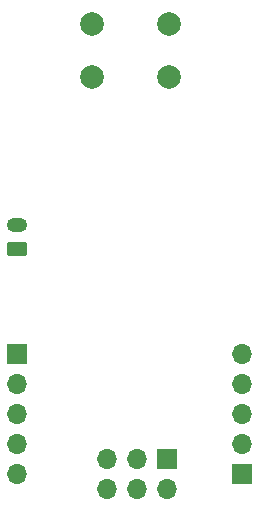
<source format=gbr>
G04 #@! TF.GenerationSoftware,KiCad,Pcbnew,5.1.5+dfsg1-2build2*
G04 #@! TF.CreationDate,2021-03-19T14:08:30-04:00*
G04 #@! TF.ProjectId,hawk,6861776b-2e6b-4696-9361-645f70636258,rev?*
G04 #@! TF.SameCoordinates,Original*
G04 #@! TF.FileFunction,Copper,L2,Bot*
G04 #@! TF.FilePolarity,Positive*
%FSLAX46Y46*%
G04 Gerber Fmt 4.6, Leading zero omitted, Abs format (unit mm)*
G04 Created by KiCad (PCBNEW 5.1.5+dfsg1-2build2) date 2021-03-19 14:08:30*
%MOMM*%
%LPD*%
G04 APERTURE LIST*
%ADD10R,1.700000X1.700000*%
%ADD11O,1.700000X1.700000*%
%ADD12C,0.100000*%
%ADD13O,1.750000X1.200000*%
%ADD14C,2.000000*%
G04 APERTURE END LIST*
D10*
X125730000Y-105410000D03*
D11*
X125730000Y-107950000D03*
X125730000Y-110490000D03*
X125730000Y-113030000D03*
X125730000Y-115570000D03*
X144780000Y-105410000D03*
X144780000Y-107950000D03*
X144780000Y-110490000D03*
X144780000Y-113030000D03*
D10*
X144780000Y-115570000D03*
X138430000Y-114300000D03*
D11*
X138430000Y-116840000D03*
X135890000Y-114300000D03*
X135890000Y-116840000D03*
X133350000Y-114300000D03*
X133350000Y-116840000D03*
G04 #@! TA.AperFunction,ComponentPad*
D12*
G36*
X126379505Y-95921204D02*
G01*
X126403773Y-95924804D01*
X126427572Y-95930765D01*
X126450671Y-95939030D01*
X126472850Y-95949520D01*
X126493893Y-95962132D01*
X126513599Y-95976747D01*
X126531777Y-95993223D01*
X126548253Y-96011401D01*
X126562868Y-96031107D01*
X126575480Y-96052150D01*
X126585970Y-96074329D01*
X126594235Y-96097428D01*
X126600196Y-96121227D01*
X126603796Y-96145495D01*
X126605000Y-96169999D01*
X126605000Y-96870001D01*
X126603796Y-96894505D01*
X126600196Y-96918773D01*
X126594235Y-96942572D01*
X126585970Y-96965671D01*
X126575480Y-96987850D01*
X126562868Y-97008893D01*
X126548253Y-97028599D01*
X126531777Y-97046777D01*
X126513599Y-97063253D01*
X126493893Y-97077868D01*
X126472850Y-97090480D01*
X126450671Y-97100970D01*
X126427572Y-97109235D01*
X126403773Y-97115196D01*
X126379505Y-97118796D01*
X126355001Y-97120000D01*
X125104999Y-97120000D01*
X125080495Y-97118796D01*
X125056227Y-97115196D01*
X125032428Y-97109235D01*
X125009329Y-97100970D01*
X124987150Y-97090480D01*
X124966107Y-97077868D01*
X124946401Y-97063253D01*
X124928223Y-97046777D01*
X124911747Y-97028599D01*
X124897132Y-97008893D01*
X124884520Y-96987850D01*
X124874030Y-96965671D01*
X124865765Y-96942572D01*
X124859804Y-96918773D01*
X124856204Y-96894505D01*
X124855000Y-96870001D01*
X124855000Y-96169999D01*
X124856204Y-96145495D01*
X124859804Y-96121227D01*
X124865765Y-96097428D01*
X124874030Y-96074329D01*
X124884520Y-96052150D01*
X124897132Y-96031107D01*
X124911747Y-96011401D01*
X124928223Y-95993223D01*
X124946401Y-95976747D01*
X124966107Y-95962132D01*
X124987150Y-95949520D01*
X125009329Y-95939030D01*
X125032428Y-95930765D01*
X125056227Y-95924804D01*
X125080495Y-95921204D01*
X125104999Y-95920000D01*
X126355001Y-95920000D01*
X126379505Y-95921204D01*
G37*
G04 #@! TD.AperFunction*
D13*
X125730000Y-94520000D03*
D14*
X132080000Y-81970000D03*
X132080000Y-77470000D03*
X138580000Y-81970000D03*
X138580000Y-77470000D03*
M02*

</source>
